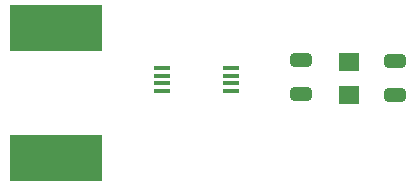
<source format=gtp>
%TF.GenerationSoftware,KiCad,Pcbnew,7.0.2*%
%TF.CreationDate,2023-08-24T13:31:51-07:00*%
%TF.ProjectId,Current Sense Standalone,43757272-656e-4742-9053-656e73652053,rev?*%
%TF.SameCoordinates,Original*%
%TF.FileFunction,Paste,Top*%
%TF.FilePolarity,Positive*%
%FSLAX46Y46*%
G04 Gerber Fmt 4.6, Leading zero omitted, Abs format (unit mm)*
G04 Created by KiCad (PCBNEW 7.0.2) date 2023-08-24 13:31:51*
%MOMM*%
%LPD*%
G01*
G04 APERTURE LIST*
G04 Aperture macros list*
%AMRoundRect*
0 Rectangle with rounded corners*
0 $1 Rounding radius*
0 $2 $3 $4 $5 $6 $7 $8 $9 X,Y pos of 4 corners*
0 Add a 4 corners polygon primitive as box body*
4,1,4,$2,$3,$4,$5,$6,$7,$8,$9,$2,$3,0*
0 Add four circle primitives for the rounded corners*
1,1,$1+$1,$2,$3*
1,1,$1+$1,$4,$5*
1,1,$1+$1,$6,$7*
1,1,$1+$1,$8,$9*
0 Add four rect primitives between the rounded corners*
20,1,$1+$1,$2,$3,$4,$5,0*
20,1,$1+$1,$4,$5,$6,$7,0*
20,1,$1+$1,$6,$7,$8,$9,0*
20,1,$1+$1,$8,$9,$2,$3,0*%
G04 Aperture macros list end*
%ADD10RoundRect,0.250000X-0.650000X0.325000X-0.650000X-0.325000X0.650000X-0.325000X0.650000X0.325000X0*%
%ADD11R,1.800000X1.600000*%
%ADD12R,7.800000X4.000000*%
%ADD13R,1.473200X0.355600*%
G04 APERTURE END LIST*
D10*
X50411329Y-27633866D03*
X50411329Y-24683866D03*
D11*
X54453375Y-27729624D03*
X54453375Y-24929624D03*
D12*
X29629273Y-22018011D03*
X29629273Y-33018011D03*
D10*
X58363078Y-27724784D03*
X58363078Y-24774784D03*
D13*
X44450000Y-25400000D03*
X44450000Y-26049998D03*
X44450000Y-26700000D03*
X44450000Y-27349998D03*
X38608000Y-27349998D03*
X38608000Y-26700000D03*
X38608000Y-26049998D03*
X38608000Y-25400000D03*
M02*

</source>
